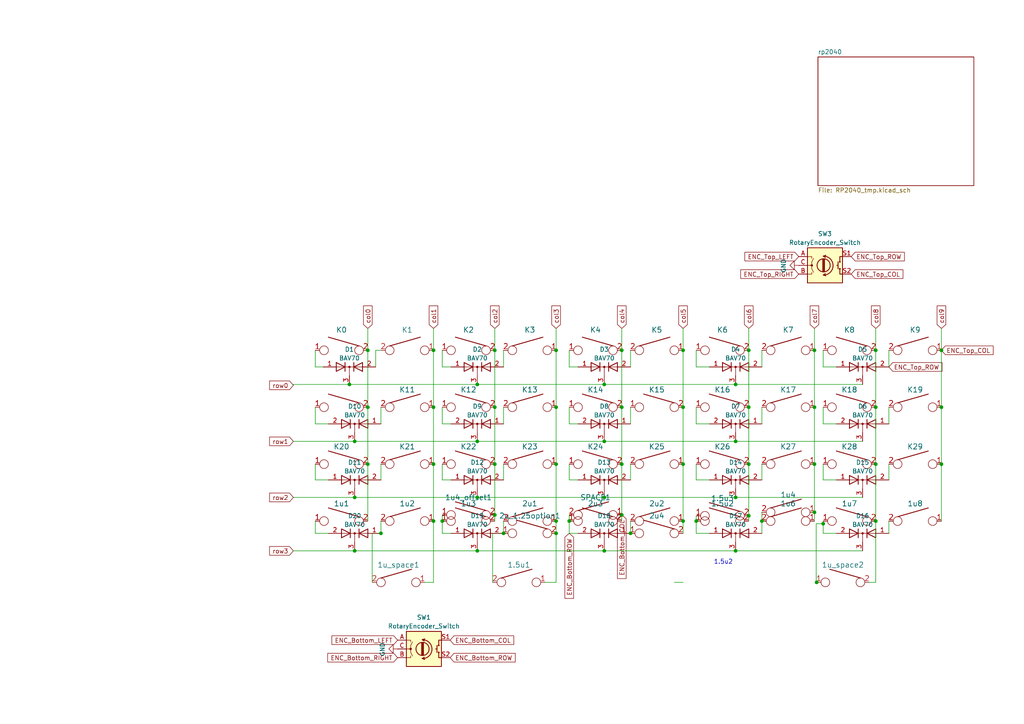
<source format=kicad_sch>
(kicad_sch (version 20230121) (generator eeschema)
  (paper "A4")
  (lib_symbols
    (symbol "Device:RotaryEncoder_Switch" (pin_names (offset 0.254) hide)
      (property "Reference" "SW" (at 0 6.604 0))
      (property "Value" "RotaryEncoder_Switch" (at 0 -6.604 0))
      (symbol "RotaryEncoder_Switch_0_1"
        (rectangle (start -5.08 5.08) (end 5.08 -5.08) (stroke (width 0.254)) (fill (type background)))
        (circle (center -3.81 0) (radius 0.254) (fill (type outline)))
        (arc (start -0.381 -2.794) (mid 2.3376 -0.0635) (end -0.381 2.667) (stroke (width 0.254)))
        (circle (center -0.381 0) (radius 1.905) (stroke (width 0.254)))
        (polyline (pts (xy -0.635 -1.778) (xy -0.635 1.778)) (stroke (width 0.254)))
        (polyline (pts (xy -0.381 -1.778) (xy -0.381 1.778)) (stroke (width 0.254)))
        (polyline (pts (xy -0.127 1.778) (xy -0.127 -1.778)) (stroke (width 0.254)))
        (polyline (pts (xy 3.81 0) (xy 3.429 0)) (stroke (width 0.254)))
        (polyline (pts (xy 3.81 1.016) (xy 3.81 -1.016)) (stroke (width 0.254)))
        (polyline (pts (xy -5.08 -2.54) (xy -3.81 -2.54) (xy -3.81 -2.032)))
        (polyline (pts (xy -5.08 2.54) (xy -3.81 2.54) (xy -3.81 2.032)))
        (polyline (pts (xy 0.254 -3.048) (xy -0.508 -2.794) (xy 0.127 -2.413)) (stroke (width 0.254)))
        (polyline (pts (xy 0.254 2.921) (xy -0.508 2.667) (xy 0.127 2.286)) (stroke (width 0.254)))
        (polyline (pts (xy 5.08 -2.54) (xy 4.318 -2.54) (xy 4.318 -1.016)) (stroke (width 0.254)))
        (polyline (pts (xy 5.08 2.54) (xy 4.318 2.54) (xy 4.318 1.016)) (stroke (width 0.254)))
        (polyline (pts (xy -5.08 0) (xy -3.81 0) (xy -3.81 -1.016) (xy -3.302 -2.032)))
        (polyline (pts (xy -4.318 0) (xy -3.81 0) (xy -3.81 1.016) (xy -3.302 2.032)))
        (circle (center 4.318 -1.016) (radius 0.127) (stroke (width 0.254)))
        (circle (center 4.318 1.016) (radius 0.127) (stroke (width 0.254)))
      )
      (symbol "RotaryEncoder_Switch_1_1"
        (pin passive line (at -7.62 2.54 0) (length 2.54) (name "A") (number "A"))
        (pin passive line (at -7.62 -2.54 0) (length 2.54) (name "B") (number "B"))
        (pin passive line (at -7.62 0 0) (length 2.54) (name "C") (number "C"))
        (pin passive line (at 7.62 2.54 180) (length 2.54) (name "S1") (number "S1"))
        (pin passive line (at 7.62 -2.54 180) (length 2.54) (name "S2") (number "S2"))
      )
    )
    (symbol "Diode:BAV70" (pin_names (offset 0.762) hide)
      (property "Reference" "D" (at 0.635 -2.54 0))
      (property "Value" "BAV70" (at 0 2.54 0))
      (symbol "BAV70_0_1"
        (polyline (pts (xy -3.81 0) (xy 3.81 0)))
        (polyline (pts (xy 0 0) (xy 0 -2.54)))
        (polyline (pts (xy -1.27 -1.27) (xy -1.27 1.27) (xy -1.27 1.27)) (stroke (width 0.254)))
        (polyline (pts (xy 1.27 -1.27) (xy 1.27 1.27) (xy 1.27 1.27)) (stroke (width 0.254)))
        (polyline (pts (xy -3.81 1.27) (xy -1.27 0) (xy -3.81 -1.27) (xy -3.81 1.27) (xy -3.81 1.27) (xy -3.81 1.27)) (stroke (width 0.254)))
        (polyline (pts (xy 3.81 -1.27) (xy 1.27 0) (xy 3.81 1.27) (xy 3.81 -1.27) (xy 3.81 -1.27) (xy 3.81 -1.27)) (stroke (width 0.254)))
        (circle (center 0 0) (radius 0.254) (fill (type outline)))
        (pin passive line (at -7.62 0 0) (length 3.81) (name "A") (number "1"))
        (pin passive line (at 7.62 0 180) (length 3.81) (name "A") (number "2"))
        (pin passive line (at 0 -5.08 90) (length 2.54) (name "K") (number "3"))
      )
    )
    (symbol "keyboard_parts:KEYSW" (pin_names (offset 1.016))
      (property "Reference" "K?" (at -1.27 0 0))
      (symbol "KEYSW_0_1"
        (circle (center -5.08 0) (radius 1.27))
        (polyline (pts (xy -5.08 1.27) (xy 3.81 3.81)) (stroke (width 0.254)))
        (circle (center 5.08 0) (radius 1.27))
      )
      (symbol "KEYSW_1_1"
        (pin passive line (at 7.62 0 180) (length 1.27) (name "~") (number "1"))
        (pin passive line (at -7.62 0 0) (length 1.27) (name "~") (number "2"))
      )
    )
    (symbol "power:GND" (power) (pin_names (offset 0))
      (property "Value" "GND" (at 0 -3.81 0))
      (symbol "GND_0_1"
        (polyline (pts (xy 0 0) (xy 0 -1.27) (xy 1.27 -1.27) (xy 0 -2.54) (xy -1.27 -1.27) (xy 0 -1.27)))
      )
      (symbol "GND_1_1"
        (pin power_in line (at 0 0 270) (length 0) hide (name "GND") (number "1"))
      )
    )
  )
  (junction (at 106.68 118.11))
  (junction (at 182.88 154.686))
  (junction (at 236.22 148.59))
  (junction (at 110.49 154.686))
  (junction (at 128.27 151.13))
  (junction (at 138.43 128.016))
  (junction (at 138.43 144.272))
  (junction (at 238.76 151.892))
  (junction (at 236.855 168.91))
  (junction (at 213.36 144.272))
  (junction (at 254 134.62))
  (junction (at 254 118.11))
  (junction (at 180.34 101.6))
  (junction (at 236.22 134.62))
  (junction (at 101.346 111.506))
  (junction (at 213.36 111.506))
  (junction (at 175.26 111.506))
  (junction (at 102.87 128.016))
  (junction (at 180.34 134.62))
  (junction (at 175.26 144.272))
  (junction (at 213.36 128.016))
  (junction (at 138.43 159.766))
  (junction (at 165.1 151.13))
  (junction (at 273.05 118.11))
  (junction (at 180.34 149.352))
  (junction (at 198.12 134.62))
  (junction (at 254 101.6))
  (junction (at 236.22 118.11))
  (junction (at 146.05 154.686))
  (junction (at 125.73 134.62))
  (junction (at 217.17 118.11))
  (junction (at 175.26 128.016))
  (junction (at 102.87 159.766))
  (junction (at 161.29 151.13))
  (junction (at 106.68 101.6))
  (junction (at 217.17 134.62))
  (junction (at 254 151.13))
  (junction (at 213.36 159.766))
  (junction (at 138.43 111.506))
  (junction (at 143.51 149.352))
  (junction (at 125.73 151.13))
  (junction (at 161.29 134.62))
  (junction (at 273.05 134.62))
  (junction (at 236.22 101.6))
  (junction (at 273.05 101.6))
  (junction (at 125.73 101.6))
  (junction (at 175.26 159.766))
  (junction (at 198.12 151.13))
  (junction (at 198.12 101.6))
  (junction (at 161.29 154.686))
  (junction (at 143.51 118.11))
  (junction (at 201.93 151.13))
  (junction (at 161.29 118.11))
  (junction (at 198.12 118.11))
  (junction (at 217.17 101.6))
  (junction (at 106.68 134.62))
  (junction (at 180.34 118.11))
  (junction (at 220.98 151.13))
  (junction (at 102.87 144.272))
  (junction (at 143.51 134.62))
  (junction (at 143.51 101.6))
  (junction (at 217.17 149.606))
  (junction (at 161.29 101.6))
  (junction (at 125.73 118.11))
  (wire (pts (xy 242.57 154.686) (xy 238.76 154.686)))
  (wire (pts (xy 201.93 101.6) (xy 201.93 106.426)))
  (wire (pts (xy 161.29 134.62) (xy 161.29 151.13)))
  (wire (pts (xy 217.17 101.6) (xy 217.17 118.11)))
  (wire (pts (xy 165.1 101.6) (xy 165.1 106.426)))
  (wire (pts (xy 254 134.62) (xy 254 151.13)))
  (wire (pts (xy 238.76 151.13) (xy 238.76 151.892)))
  (wire (pts (xy 167.64 106.426) (xy 165.1 106.426)))
  (wire (pts (xy 238.76 134.62) (xy 238.76 139.192)))
  (wire (pts (xy 198.12 101.6) (xy 198.12 118.11)))
  (wire (pts (xy 236.22 148.59) (xy 236.22 151.13)))
  (wire (pts (xy 217.17 149.606) (xy 217.17 151.13)))
  (wire (pts (xy 161.29 154.686) (xy 161.29 151.13)))
  (wire (pts (xy 106.68 95.25) (xy 106.68 101.6)))
  (wire (pts (xy 110.49 134.62) (xy 110.49 139.192)))
  (wire (pts (xy 167.64 122.936) (xy 165.1 122.936)))
  (wire (pts (xy 107.95 154.686) (xy 110.49 154.686)))
  (wire (pts (xy 158.115 168.91) (xy 161.29 168.91)))
  (wire (pts (xy 161.29 168.91) (xy 161.29 154.686)))
  (wire (pts (xy 108.966 106.426) (xy 108.966 101.6)))
  (wire (pts (xy 130.81 154.686) (xy 128.27 154.686)))
  (wire (pts (xy 128.27 149.352) (xy 128.27 151.13)))
  (wire (pts (xy 106.68 118.11) (xy 106.68 134.62)))
  (wire (pts (xy 175.26 159.766) (xy 213.36 159.766)))
  (wire (pts (xy 238.76 101.6) (xy 238.76 106.426)))
  (wire (pts (xy 123.19 168.91) (xy 125.73 168.91)))
  (wire (pts (xy 236.22 118.11) (xy 236.22 134.62)))
  (wire (pts (xy 273.05 101.6) (xy 273.05 118.11)))
  (wire (pts (xy 93.726 106.426) (xy 91.44 106.426)))
  (wire (pts (xy 175.26 144.272) (xy 213.36 144.272)))
  (wire (pts (xy 102.87 144.272) (xy 138.43 144.272)))
  (wire (pts (xy 128.27 101.6) (xy 128.27 106.426)))
  (wire (pts (xy 182.88 101.6) (xy 182.88 106.426)))
  (wire (pts (xy 128.27 139.192) (xy 130.81 139.192)))
  (wire (pts (xy 102.87 128.016) (xy 85.09 128.016)))
  (wire (pts (xy 167.64 154.686) (xy 165.1 154.686)))
  (wire (pts (xy 205.74 106.426) (xy 201.93 106.426)))
  (wire (pts (xy 220.98 148.59) (xy 220.98 151.13)))
  (wire (pts (xy 238.76 118.11) (xy 238.76 122.936)))
  (wire (pts (xy 213.36 144.272) (xy 250.19 144.272)))
  (wire (pts (xy 125.73 134.62) (xy 125.73 151.13)))
  (wire (pts (xy 125.73 151.13) (xy 125.73 168.91)))
  (wire (pts (xy 201.93 151.13) (xy 201.93 154.686)))
  (wire (pts (xy 138.43 111.506) (xy 101.346 111.506)))
  (wire (pts (xy 161.29 101.6) (xy 161.29 118.11)))
  (wire (pts (xy 217.17 134.62) (xy 217.17 149.606)))
  (wire (pts (xy 107.95 168.91) (xy 107.95 154.686)))
  (wire (pts (xy 128.27 118.11) (xy 128.27 122.936)))
  (wire (pts (xy 91.44 118.11) (xy 91.44 122.936)))
  (wire (pts (xy 182.88 151.13) (xy 182.88 154.686)))
  (wire (pts (xy 128.27 134.62) (xy 128.27 139.192)))
  (wire (pts (xy 143.51 101.6) (xy 143.51 118.11)))
  (wire (pts (xy 85.09 111.506) (xy 85.09 111.76)))
  (wire (pts (xy 101.346 111.506) (xy 85.09 111.506)))
  (wire (pts (xy 254 101.6) (xy 254 118.11)))
  (wire (pts (xy 142.875 168.91) (xy 142.875 154.686)))
  (wire (pts (xy 205.74 122.936) (xy 201.93 122.936)))
  (wire (pts (xy 242.57 122.936) (xy 238.76 122.936)))
  (wire (pts (xy 167.64 139.192) (xy 165.1 139.192)))
  (wire (pts (xy 273.05 95.25) (xy 273.05 101.6)))
  (wire (pts (xy 217.17 95.25) (xy 217.17 101.6)))
  (wire (pts (xy 128.27 106.426) (xy 130.81 106.426)))
  (wire (pts (xy 242.57 139.192) (xy 238.76 139.192)))
  (wire (pts (xy 257.81 101.6) (xy 257.81 106.426)))
  (wire (pts (xy 143.51 134.62) (xy 143.51 149.352)))
  (wire (pts (xy 180.34 95.25) (xy 180.34 101.6)))
  (wire (pts (xy 182.88 134.62) (xy 182.88 139.192)))
  (wire (pts (xy 236.22 101.6) (xy 236.22 118.11)))
  (wire (pts (xy 106.68 134.62) (xy 106.68 151.13)))
  (wire (pts (xy 257.81 151.13) (xy 257.81 154.686)))
  (wire (pts (xy 95.25 154.686) (xy 91.44 154.686)))
  (wire (pts (xy 130.81 122.936) (xy 128.27 122.936)))
  (wire (pts (xy 257.81 118.11) (xy 257.81 122.936)))
  (wire (pts (xy 175.26 111.506) (xy 213.36 111.506)))
  (wire (pts (xy 198.12 95.25) (xy 198.12 101.6)))
  (wire (pts (xy 195.58 168.91) (xy 198.12 168.91)))
  (wire (pts (xy 238.76 151.892) (xy 238.76 154.686)))
  (wire (pts (xy 198.12 151.13) (xy 198.12 154.686)))
  (wire (pts (xy 201.93 154.686) (xy 205.74 154.686)))
  (wire (pts (xy 236.728 168.91) (xy 236.728 151.892)))
  (wire (pts (xy 143.51 118.11) (xy 143.51 134.62)))
  (wire (pts (xy 217.17 118.11) (xy 217.17 134.62)))
  (wire (pts (xy 213.36 111.506) (xy 250.19 111.506)))
  (wire (pts (xy 201.93 134.62) (xy 201.93 139.192)))
  (wire (pts (xy 146.05 118.11) (xy 146.05 122.936)))
  (wire (pts (xy 146.05 151.13) (xy 146.05 154.686)))
  (wire (pts (xy 180.34 149.352) (xy 180.34 151.13)))
  (wire (pts (xy 146.05 101.6) (xy 146.05 106.426)))
  (wire (pts (xy 165.1 118.11) (xy 165.1 122.936)))
  (wire (pts (xy 143.51 95.25) (xy 143.51 101.6)))
  (wire (pts (xy 201.93 118.11) (xy 201.93 122.936)))
  (wire (pts (xy 205.74 139.192) (xy 201.93 139.192)))
  (wire (pts (xy 106.68 101.6) (xy 106.68 118.11)))
  (wire (pts (xy 142.875 154.686) (xy 146.05 154.686)))
  (wire (pts (xy 138.43 144.272) (xy 175.26 144.272)))
  (wire (pts (xy 138.43 128.016) (xy 175.26 128.016)))
  (wire (pts (xy 165.1 149.352) (xy 165.1 151.13)))
  (wire (pts (xy 165.1 134.62) (xy 165.1 139.192)))
  (wire (pts (xy 242.57 106.426) (xy 238.76 106.426)))
  (wire (pts (xy 138.43 159.766) (xy 175.26 159.766)))
  (wire (pts (xy 102.87 159.766) (xy 85.09 159.766)))
  (wire (pts (xy 236.982 168.91) (xy 236.855 168.91)))
  (wire (pts (xy 182.88 118.11) (xy 182.88 122.936)))
  (wire (pts (xy 198.12 134.62) (xy 198.12 151.13)))
  (wire (pts (xy 254 118.11) (xy 254 134.62)))
  (wire (pts (xy 102.87 159.766) (xy 138.43 159.766)))
  (wire (pts (xy 175.26 128.016) (xy 213.36 128.016)))
  (wire (pts (xy 273.05 118.11) (xy 273.05 134.62)))
  (wire (pts (xy 128.27 151.13) (xy 128.27 154.686)))
  (wire (pts (xy 213.36 159.766) (xy 250.19 159.766)))
  (wire (pts (xy 252.095 168.91) (xy 254 168.91)))
  (wire (pts (xy 254 168.91) (xy 254 151.13)))
  (wire (pts (xy 108.966 101.6) (xy 110.49 101.6)))
  (wire (pts (xy 220.98 134.62) (xy 220.98 139.192)))
  (wire (pts (xy 180.34 134.62) (xy 180.34 149.352)))
  (wire (pts (xy 236.855 168.91) (xy 236.728 168.91)))
  (wire (pts (xy 125.73 101.6) (xy 125.73 118.11)))
  (wire (pts (xy 165.1 154.686) (xy 165.1 151.13)))
  (wire (pts (xy 143.51 149.352) (xy 143.51 151.13)))
  (wire (pts (xy 257.81 134.62) (xy 257.81 139.192)))
  (wire (pts (xy 125.73 95.25) (xy 125.73 101.6)))
  (wire (pts (xy 213.36 128.016) (xy 250.19 128.016)))
  (wire (pts (xy 102.87 144.272) (xy 85.09 144.272)))
  (wire (pts (xy 161.29 118.11) (xy 161.29 134.62)))
  (wire (pts (xy 95.25 122.936) (xy 91.44 122.936)))
  (wire (pts (xy 161.29 95.25) (xy 161.29 101.6)))
  (wire (pts (xy 236.22 95.25) (xy 236.22 101.6)))
  (wire (pts (xy 180.34 118.11) (xy 180.34 134.62)))
  (wire (pts (xy 254 95.25) (xy 254 101.6)))
  (wire (pts (xy 220.98 101.6) (xy 220.98 106.426)))
  (wire (pts (xy 220.98 151.13) (xy 220.98 154.686)))
  (wire (pts (xy 91.44 151.13) (xy 91.44 154.686)))
  (wire (pts (xy 236.22 134.62) (xy 236.22 148.59)))
  (wire (pts (xy 125.73 118.11) (xy 125.73 134.62)))
  (wire (pts (xy 273.05 134.62) (xy 273.05 151.13)))
  (wire (pts (xy 110.49 118.11) (xy 110.49 122.936)))
  (wire (pts (xy 91.44 139.192) (xy 95.25 139.192)))
  (wire (pts (xy 175.26 111.506) (xy 138.43 111.506)))
  (wire (pts (xy 102.87 128.016) (xy 138.43 128.016)))
  (wire (pts (xy 146.05 134.62) (xy 146.05 139.192)))
  (wire (pts (xy 91.44 106.426) (xy 91.44 101.6)))
  (wire (pts (xy 110.49 151.13) (xy 110.49 154.686)))
  (wire (pts (xy 180.34 101.6) (xy 180.34 118.11)))
  (wire (pts (xy 91.44 134.62) (xy 91.44 139.192)))
  (wire (pts (xy 236.728 151.892) (xy 238.76 151.892)))
  (wire (pts (xy 220.98 118.11) (xy 220.98 122.936)))
  (wire (pts (xy 201.93 149.606) (xy 201.93 151.13)))
  (wire (pts (xy 198.12 118.11) (xy 198.12 134.62)))
  (text "1.5u2\n" (at 207.01 163.83 0) (effects (font (size 1.27 1.27)) (justify left bottom)))
  (global_label "col5" (shape input) (at 198.12 95.25 90) (property "Intersheetrefs" "${INTERSHEET_REFS}" (effects hide)))
  (global_label "ENC_Bottom_ROW" (shape input) (at 130.556 190.754 0) (property "Intersheetrefs" "${INTERSHEET_REFS}" (effects hide)))
  (global_label "ENC_Top_ROW" (shape input) (at 246.888 74.422 0) (property "Intersheetrefs" "${INTERSHEET_REFS}" (effects hide)))
  (global_label "col0" (shape input) (at 106.68 95.25 90) (property "Intersheetrefs" "${INTERSHEET_REFS}" (effects hide)))
  (global_label "ENC_Top_LEFT" (shape input) (at 231.648 74.422 180) (property "Intersheetrefs" "${INTERSHEET_REFS}" (effects hide)))
  (global_label "ENC_Top_COL" (shape input) (at 273.05 101.6 0) (property "Intersheetrefs" "${INTERSHEET_REFS}" (effects hide)))
  (global_label "ENC_Top_ROW" (shape input) (at 257.81 106.426 0) (property "Intersheetrefs" "${INTERSHEET_REFS}" (effects hide)))
  (global_label "col7" (shape input) (at 236.22 95.25 90) (property "Intersheetrefs" "${INTERSHEET_REFS}" (effects hide)))
  (global_label "ENC_Bottom_COL" (shape input) (at 180.34 149.352 270) (property "Intersheetrefs" "${INTERSHEET_REFS}" (effects hide)))
  (global_label "col3" (shape input) (at 161.29 95.25 90) (property "Intersheetrefs" "${INTERSHEET_REFS}" (effects hide)))
  (global_label "ENC_Bottom_RIGHT" (shape input) (at 115.316 190.754 180) (property "Intersheetrefs" "${INTERSHEET_REFS}" (effects hide)))
  (global_label "ENC_Bottom_ROW" (shape input) (at 165.1 154.686 270) (property "Intersheetrefs" "${INTERSHEET_REFS}" (effects hide)))
  (global_label "col8" (shape input) (at 254 95.25 90) (property "Intersheetrefs" "${INTERSHEET_REFS}" (effects hide)))
  (global_label "ENC_Top_COL" (shape input) (at 246.888 79.502 0) (property "Intersheetrefs" "${INTERSHEET_REFS}" (effects hide)))
  (global_label "row3" (shape input) (at 85.09 159.766 180) (property "Intersheetrefs" "${INTERSHEET_REFS}" (effects hide)))
  (global_label "col6" (shape input) (at 217.17 95.25 90) (property "Intersheetrefs" "${INTERSHEET_REFS}" (effects hide)))
  (global_label "col9" (shape input) (at 273.05 95.25 90) (property "Intersheetrefs" "${INTERSHEET_REFS}" (effects hide)))
  (global_label "ENC_Top_RIGHT" (shape input) (at 231.648 79.502 180) (property "Intersheetrefs" "${INTERSHEET_REFS}" (effects hide)))
  (global_label "col4" (shape input) (at 180.34 95.25 90) (property "Intersheetrefs" "${INTERSHEET_REFS}" (effects hide)))
  (global_label "row0" (shape input) (at 85.09 111.76 180) (property "Intersheetrefs" "${INTERSHEET_REFS}" (effects hide)))
  (global_label "col1" (shape input) (at 125.73 95.25 90) (property "Intersheetrefs" "${INTERSHEET_REFS}" (effects hide)))
  (global_label "col2" (shape input) (at 143.51 95.25 90) (property "Intersheetrefs" "${INTERSHEET_REFS}" (effects hide)))
  (global_label "ENC_Bottom_LEFT" (shape input) (at 115.316 185.674 180) (property "Intersheetrefs" "${INTERSHEET_REFS}" (effects hide)))
  (global_label "ENC_Bottom_COL" (shape input) (at 130.556 185.674 0) (property "Intersheetrefs" "${INTERSHEET_REFS}" (effects hide)))
  (global_label "row2" (shape input) (at 85.09 144.272 180) (property "Intersheetrefs" "${INTERSHEET_REFS}" (effects hide)))
  (global_label "row1" (shape input) (at 85.09 128.016 180) (property "Intersheetrefs" "${INTERSHEET_REFS}" (effects hide)))
  (symbol (lib_id "keyboard_parts:KEYSW") (at 99.06 101.6 0) (mirror y) (unit 1)
    (property "Reference" "K0" (at 99.06 95.6818 0) (effects (font (size 1.524 1.524))))
    (property "Value" "1u" (effects hide))
    (property "Footprint" "marbastlib-mx:SW_MX_HS_1u_NOREF" (effects hide))
  )
  (symbol (lib_id "keyboard_parts:KEYSW") (at 99.06 118.11 0) (mirror y) (unit 1)
    (property "Reference" "K10" (effects hide))
    (property "Value" "1u" (effects hide))
    (property "Footprint" "marbastlib-mx:SW_MX_HS_1u_NOREF" (effects hide))
  )
  (symbol (lib_id "keyboard_parts:KEYSW") (at 99.06 134.62 0) (mirror y) (unit 1)
    (property "Reference" "K20" (at 99.06 129.54 0) (effects (font (size 1.524 1.524))))
    (property "Value" "1u" (effects hide))
    (property "Footprint" "marbastlib-mx:SW_MX_HS_1u_NOREF" (effects hide))
  )
  (symbol (lib_id "keyboard_parts:KEYSW") (at 99.06 151.13 0) (mirror y) (unit 1)
    (property "Reference" "1u1" (at 99.06 146.05 0) (effects (font (size 1.524 1.524))))
    (property "Value" "1u" (effects hide))
    (property "Footprint" "marbastlib-mx:SW_MX_HS_1u_NOREF" (effects hide))
  )
  (symbol (lib_id "keyboard_parts:KEYSW") (at 118.11 151.13 0) (unit 1)
    (property "Reference" "1u2" (at 118.11 146.05 0) (effects (font (size 1.524 1.524))))
    (property "Value" "1u" (effects hide))
    (property "Footprint" "marbastlib-mx:SW_MX_HS_1u_NOREF" (effects hide))
  )
  (symbol (lib_id "keyboard_parts:KEYSW") (at 118.11 134.62 0) (unit 1)
    (property "Reference" "K21" (at 118.11 129.54 0) (effects (font (size 1.524 1.524))))
    (property "Value" "1u" (effects hide))
    (property "Footprint" "marbastlib-mx:SW_MX_HS_1u_NOREF" (effects hide))
  )
  (symbol (lib_id "keyboard_parts:KEYSW") (at 118.11 118.11 0) (unit 1)
    (property "Reference" "K11" (at 118.11 113.03 0) (effects (font (size 1.524 1.524))))
    (property "Value" "1u" (effects hide))
    (property "Footprint" "marbastlib-mx:SW_MX_HS_1u_NOREF" (effects hide))
  )
  (symbol (lib_id "keyboard_parts:KEYSW") (at 118.11 101.6 0) (unit 1)
    (property "Reference" "K1" (at 118.11 95.6818 0) (effects (font (size 1.524 1.524))))
    (property "Value" "1u" (effects hide))
    (property "Footprint" "marbastlib-mx:SW_MX_HS_1u_NOREF" (effects hide))
  )
  (symbol (lib_id "keyboard_parts:KEYSW") (at 135.89 151.13 0) (mirror y) (unit 1)
    (property "Reference" "1u3" (at 135.89 146.05 0) (effects (font (size 1.524 1.524))))
    (property "Value" "1u" (effects hide))
    (property "Footprint" "marbastlib-mx:SW_MX_HS_1u_NOREF" (effects hide))
  )
  (symbol (lib_id "keyboard_parts:KEYSW") (at 135.89 134.62 0) (mirror y) (unit 1)
    (property "Reference" "K22" (at 135.89 129.54 0) (effects (font (size 1.524 1.524))))
    (property "Value" "1u" (effects hide))
    (property "Footprint" "marbastlib-mx:SW_MX_HS_1u_NOREF" (effects hide))
  )
  (symbol (lib_id "keyboard_parts:KEYSW") (at 135.89 118.11 0) (mirror y) (unit 1)
    (property "Reference" "K12" (at 135.89 113.03 0) (effects (font (size 1.524 1.524))))
    (property "Value" "1u" (effects hide))
    (property "Footprint" "marbastlib-mx:SW_MX_HS_1u_NOREF" (effects hide))
  )
  (symbol (lib_id "keyboard_parts:KEYSW") (at 135.89 101.6 0) (mirror y) (unit 1)
    (property "Reference" "K2" (at 135.89 95.6818 0) (effects (font (size 1.524 1.524))))
    (property "Value" "1u" (effects hide))
    (property "Footprint" "marbastlib-mx:SW_MX_HS_1u_NOREF" (effects hide))
  )
  (symbol (lib_id "keyboard_parts:KEYSW") (at 153.67 151.13 0) (unit 1)
    (property "Reference" "2u1" (at 153.67 146.05 0) (effects (font (size 1.524 1.524))))
    (property "Value" "2u" (effects hide))
    (property "Footprint" "marbastlib-mx:SW_MX_HS_1u_NOREF" (effects hide))
  )
  (symbol (lib_id "keyboard_parts:KEYSW") (at 153.67 134.62 0) (unit 1)
    (property "Reference" "K23" (at 153.67 129.54 0) (effects (font (size 1.524 1.524))))
    (property "Value" "1u" (effects hide))
    (property "Footprint" "marbastlib-mx:SW_MX_HS_1u_NOREF" (effects hide))
  )
  (symbol (lib_id "keyboard_parts:KEYSW") (at 153.67 118.11 0) (unit 1)
    (property "Reference" "K13" (at 153.67 113.03 0) (effects (font (size 1.524 1.524))))
    (property "Value" "1u" (effects hide))
    (property "Footprint" "marbastlib-mx:SW_MX_HS_1u_NOREF" (effects hide))
  )
  (symbol (lib_id "keyboard_parts:KEYSW") (at 153.67 101.6 0) (unit 1)
    (property "Reference" "K3" (at 153.67 95.6818 0) (effects (font (size 1.524 1.524))))
    (property "Value" "1u" (effects hide))
    (property "Footprint" "marbastlib-mx:SW_MX_HS_1u_NOREF" (effects hide))
  )
  (symbol (lib_id "keyboard_parts:KEYSW") (at 172.72 134.62 0) (mirror y) (unit 1)
    (property "Reference" "K24" (at 172.72 129.54 0) (effects (font (size 1.524 1.524))))
    (property "Value" "1u" (effects hide))
    (property "Footprint" "marbastlib-mx:SW_MX_HS_1u_NOREF" (effects hide))
  )
  (symbol (lib_id "keyboard_parts:KEYSW") (at 172.72 118.11 0) (mirror y) (unit 1)
    (property "Reference" "K14" (at 172.72 113.03 0) (effects (font (size 1.524 1.524))))
    (property "Value" "1u" (effects hide))
    (property "Footprint" "marbastlib-mx:SW_MX_HS_1u_NOREF" (effects hide))
  )
  (symbol (lib_id "keyboard_parts:KEYSW") (at 172.72 101.6 0) (mirror y) (unit 1)
    (property "Reference" "K4" (at 172.72 95.6818 0) (effects (font (size 1.524 1.524))))
    (property "Value" "1u" (effects hide))
    (property "Footprint" "marbastlib-mx:SW_MX_HS_1u_NOREF" (effects hide))
  )
  (symbol (lib_id "keyboard_parts:KEYSW") (at 190.5 151.13 0) (unit 1)
    (property "Reference" "2u2" (at 190.5 146.05 0) (effects (font (size 1.524 1.524))))
    (property "Value" "2u" (effects hide))
    (property "Footprint" "marbastlib-mx:SW_MX_HS_1u_NOREF" (effects hide))
  )
  (symbol (lib_id "keyboard_parts:KEYSW") (at 190.5 134.62 0) (unit 1)
    (property "Reference" "K25" (at 190.5 129.54 0) (effects (font (size 1.524 1.524))))
    (property "Value" "1u" (effects hide))
    (property "Footprint" "marbastlib-mx:SW_MX_HS_1u_NOREF" (effects hide))
  )
  (symbol (lib_id "keyboard_parts:KEYSW") (at 190.5 118.11 0) (mirror y) (unit 1)
    (property "Reference" "K15" (at 190.5 113.03 0) (effects (font (size 1.524 1.524))))
    (property "Value" "1u" (effects hide))
    (property "Footprint" "marbastlib-mx:SW_MX_HS_1u_NOREF" (effects hide))
  )
  (symbol (lib_id "keyboard_parts:KEYSW") (at 190.5 101.6 0) (unit 1)
    (property "Reference" "K5" (at 190.5 95.6818 0) (effects (font (size 1.524 1.524))))
    (property "Value" "1u" (effects hide))
    (property "Footprint" "marbastlib-mx:SW_MX_HS_1u_NOREF" (effects hide))
  )
  (symbol (lib_id "keyboard_parts:KEYSW") (at 209.55 134.62 0) (mirror y) (unit 1)
    (property "Reference" "K26" (at 209.55 129.54 0) (effects (font (size 1.524 1.524))))
    (property "Value" "1u" (effects hide))
    (property "Footprint" "marbastlib-mx:SW_MX_HS_1u_NOREF" (effects hide))
  )
  (symbol (lib_id "keyboard_parts:KEYSW") (at 209.55 118.11 0) (mirror y) (unit 1)
    (property "Reference" "K16" (at 209.55 113.03 0) (effects (font (size 1.524 1.524))))
    (property "Value" "1u" (effects hide))
    (property "Footprint" "marbastlib-mx:SW_MX_HS_1u_NOREF" (effects hide))
  )
  (symbol (lib_id "keyboard_parts:KEYSW") (at 209.55 101.6 0) (mirror y) (unit 1)
    (property "Reference" "K6" (at 209.55 95.6818 0) (effects (font (size 1.524 1.524))))
    (property "Value" "1u" (effects hide))
    (property "Footprint" "marbastlib-mx:SW_MX_HS_1u_NOREF" (effects hide))
  )
  (symbol (lib_id "keyboard_parts:KEYSW") (at 228.6 151.13 0) (unit 1)
    (property "Reference" "1u6" (at 228.6 146.05 0) (effects (font (size 1.524 1.524))))
    (property "Value" "1u" (effects hide))
    (property "Footprint" "marbastlib-mx:SW_MX_HS_1u_NOREF" (effects hide))
  )
  (symbol (lib_id "keyboard_parts:KEYSW") (at 228.6 134.62 0) (unit 1)
    (property "Reference" "K27" (at 228.6 129.54 0) (effects (font (size 1.524 1.524))))
    (property "Value" "1u" (effects hide))
    (property "Footprint" "marbastlib-mx:SW_MX_HS_1u_NOREF" (effects hide))
  )
  (symbol (lib_id "keyboard_parts:KEYSW") (at 228.6 118.11 0) (unit 1)
    (property "Reference" "K17" (at 228.6 113.03 0) (effects (font (size 1.524 1.524))))
    (property "Value" "1u" (effects hide))
    (property "Footprint" "marbastlib-mx:SW_MX_HS_1u_NOREF" (effects hide))
  )
  (symbol (lib_id "keyboard_parts:KEYSW") (at 228.6 101.6 0) (unit 1)
    (property "Reference" "K7" (at 228.6 95.6818 0) (effects (font (size 1.524 1.524))))
    (property "Value" "1u" (effects hide))
    (property "Footprint" "marbastlib-mx:SW_MX_HS_1u_NOREF" (effects hide))
  )
  (symbol (lib_id "keyboard_parts:KEYSW") (at 246.38 151.13 0) (mirror y) (unit 1)
    (property "Reference" "1u7" (at 246.38 146.05 0) (effects (font (size 1.524 1.524))))
    (property "Value" "1u" (effects hide))
    (property "Footprint" "marbastlib-mx:SW_MX_HS_1u_NOREF" (effects hide))
  )
  (symbol (lib_id "keyboard_parts:KEYSW") (at 246.38 134.62 0) (mirror y) (unit 1)
    (property "Reference" "K28" (at 246.38 129.54 0) (effects (font (size 1.524 1.524))))
    (property "Value" "1u" (effects hide))
    (property "Footprint" "marbastlib-mx:SW_MX_HS_1u_NOREF" (effects hide))
  )
  (symbol (lib_id "keyboard_parts:KEYSW") (at 246.38 118.11 0) (mirror y) (unit 1)
    (property "Reference" "K18" (at 246.38 113.03 0) (effects (font (size 1.524 1.524))))
    (property "Value" "1u" (effects hide))
    (property "Footprint" "marbastlib-mx:SW_MX_HS_1u_NOREF" (effects hide))
  )
  (symbol (lib_id "keyboard_parts:KEYSW") (at 246.38 101.6 0) (mirror y) (unit 1)
    (property "Reference" "K8" (at 246.38 95.6818 0) (effects (font (size 1.524 1.524))))
    (property "Value" "1u" (effects hide))
    (property "Footprint" "marbastlib-mx:SW_MX_HS_1u_NOREF" (effects hide))
  )
  (symbol (lib_id "keyboard_parts:KEYSW") (at 265.43 151.13 0) (unit 1)
    (property "Reference" "1u8" (at 265.43 146.05 0) (effects (font (size 1.524 1.524))))
    (property "Value" "1u" (effects hide))
    (property "Footprint" "marbastlib-mx:SW_MX_HS_1u_NOREF" (effects hide))
  )
  (symbol (lib_id "keyboard_parts:KEYSW") (at 265.43 134.62 0) (unit 1)
    (property "Reference" "K29" (at 265.43 129.54 0) (effects (font (size 1.524 1.524))))
    (property "Value" "1u" (effects hide))
    (property "Footprint" "marbastlib-mx:SW_MX_HS_1u_NOREF" (effects hide))
  )
  (symbol (lib_id "keyboard_parts:KEYSW") (at 265.43 118.11 0) (unit 1)
    (property "Reference" "K19" (at 265.43 113.03 0) (effects (font (size 1.524 1.524))))
    (property "Value" "1u" (effects hide))
    (property "Footprint" "marbastlib-mx:SW_MX_HS_1u_NOREF" (effects hide))
  )
  (symbol (lib_id "keyboard_parts:KEYSW") (at 265.43 101.6 0) (unit 1)
    (property "Reference" "K9" (at 265.43 95.6818 0) (effects (font (size 1.524 1.524))))
    (property "Value" "1u" (effects hide))
    (property "Footprint" "marbastlib-mx:SW_MX_HS_1u_NOREF" (effects hide))
  )
  (symbol (lib_id "keyboard_parts:KEYSW") (at 135.89 149.352 0) (mirror y) (unit 1)
    (property "Reference" "1u4_offset1" (at 135.89 144.272 0) (effects (font (size 1.524 1.524))))
    (property "Value" "1u" (effects hide))
    (property "Footprint" "marbastlib-mx:SW_MX_HS_1u_NOREF" (effects hide))
  )
  (symbol (lib_id "power:GND") (at 115.316 188.214 270) (unit 1)
    (property "Reference" "#PWR01" (effects hide))
    (property "Value" "GND" (at 110.9218 188.341 0))
  )
  (symbol (lib_id "Diode:BAV70") (at 102.87 139.192 0) (unit 1)
    (property "Reference" "D11" (at 102.87 134.112 0))
    (property "Value" "BAV70" (at 102.87 136.652 0))
    (property "Footprint" "Package_TO_SOT_SMD:SOT-23" (effects hide))
    (property "Datasheet" "https://assets.nexperia.com/documents/data-sheet/BAV70_SER.pdf" (effects hide))
    (property "LCSC" "C181110" (effects hide))
  )
  (symbol (lib_id "keyboard_parts:KEYSW") (at 115.57 168.91 0) (unit 1)
    (property "Reference" "1u_space1" (at 115.57 163.83 0) (effects (font (size 1.524 1.524))))
    (property "Value" "1u" (effects hide))
    (property "Footprint" "marbastlib-mx:SW_MX_HS_1u_NOREF" (effects hide))
  )
  (symbol (lib_id "Diode:BAV70") (at 101.346 106.426 0) (unit 1)
    (property "Reference" "D1" (at 101.346 101.346 0))
    (property "Value" "BAV70" (at 101.346 103.886 0))
    (property "Footprint" "Package_TO_SOT_SMD:SOT-23" (effects hide))
    (property "Datasheet" "https://assets.nexperia.com/documents/data-sheet/BAV70_SER.pdf" (effects hide))
    (property "LCSC" "C181110" (effects hide))
  )
  (symbol (lib_id "Diode:BAV70") (at 175.26 154.686 0) (mirror y) (unit 1)
    (property "Reference" "D18" (at 175.26 149.606 0))
    (property "Value" "BAV70" (at 175.26 152.146 0))
    (property "Footprint" "Package_TO_SOT_SMD:SOT-23" (effects hide))
    (property "Datasheet" "https://assets.nexperia.com/documents/data-sheet/BAV70_SER.pdf" (effects hide))
    (property "LCSC" "C181110" (effects hide))
  )
  (symbol (lib_id "Diode:BAV70") (at 213.36 122.936 0) (mirror y) (unit 1)
    (property "Reference" "D7" (at 213.36 117.856 0))
    (property "Value" "BAV70" (at 213.36 120.396 0))
    (property "Footprint" "Package_TO_SOT_SMD:SOT-23" (effects hide))
    (property "Datasheet" "https://assets.nexperia.com/documents/data-sheet/BAV70_SER.pdf" (effects hide))
    (property "LCSC" "C181110" (effects hide))
  )
  (symbol (lib_id "Diode:BAV70") (at 138.43 154.686 0) (unit 1)
    (property "Reference" "D19" (at 138.43 149.606 0))
    (property "Value" "BAV70" (at 138.43 152.146 0))
    (property "Footprint" "Package_TO_SOT_SMD:SOT-23" (effects hide))
    (property "Datasheet" "https://assets.nexperia.com/documents/data-sheet/BAV70_SER.pdf" (effects hide))
    (property "LCSC" "C181110" (effects hide))
  )
  (symbol (lib_id "keyboard_parts:KEYSW") (at 190.5 154.686 0) (mirror y) (unit 1)
    (property "Reference" "2u4" (at 190.5 149.606 0) (effects (font (size 1.524 1.524))))
    (property "Value" "2u" (effects hide))
    (property "Footprint" "marbastlib-mx:SW_MX_HS_1u_NOREF" (effects hide))
  )
  (symbol (lib_id "Diode:BAV70") (at 213.36 106.426 0) (unit 1)
    (property "Reference" "D4" (at 213.36 101.346 0))
    (property "Value" "BAV70" (at 213.36 103.886 0))
    (property "Footprint" "Package_TO_SOT_SMD:SOT-23" (effects hide))
    (property "Datasheet" "https://assets.nexperia.com/documents/data-sheet/BAV70_SER.pdf" (effects hide))
    (property "LCSC" "C181110" (effects hide))
  )
  (symbol (lib_id "Diode:BAV70") (at 250.19 106.426 0) (unit 1)
    (property "Reference" "D5" (at 250.19 101.346 0))
    (property "Value" "BAV70" (at 250.19 103.886 0))
    (property "Footprint" "Package_TO_SOT_SMD:SOT-23" (effects hide))
    (property "Datasheet" "https://assets.nexperia.com/documents/data-sheet/BAV70_SER.pdf" (effects hide))
    (property "LCSC" "C181110" (effects hide))
  )
  (symbol (lib_id "Diode:BAV70") (at 250.19 154.686 0) (mirror y) (unit 1)
    (property "Reference" "D16" (at 250.19 149.606 0))
    (property "Value" "BAV70" (at 250.19 152.146 0))
    (property "Footprint" "Package_TO_SOT_SMD:SOT-23" (effects hide))
    (property "Datasheet" "https://assets.nexperia.com/documents/data-sheet/BAV70_SER.pdf" (effects hide))
    (property "LCSC" "C181110" (effects hide))
  )
  (symbol (lib_id "Diode:BAV70") (at 250.19 139.192 0) (unit 1)
    (property "Reference" "D15" (at 250.19 134.112 0))
    (property "Value" "BAV70" (at 250.19 136.652 0))
    (property "Footprint" "Package_TO_SOT_SMD:SOT-23" (effects hide))
    (property "Datasheet" "https://assets.nexperia.com/documents/data-sheet/BAV70_SER.pdf" (effects hide))
    (property "LCSC" "C181110" (effects hide))
  )
  (symbol (lib_id "Diode:BAV70") (at 213.36 154.686 0) (unit 1)
    (property "Reference" "D17" (at 213.36 149.606 0))
    (property "Value" "BAV70" (at 213.36 152.146 0))
    (property "Footprint" "Package_TO_SOT_SMD:SOT-23" (effects hide))
    (property "Datasheet" "https://assets.nexperia.com/documents/data-sheet/BAV70_SER.pdf" (effects hide))
    (property "LCSC" "C181110" (effects hide))
  )
  (symbol (lib_id "Diode:BAV70") (at 138.43 139.192 0) (unit 1)
    (property "Reference" "D12" (at 138.43 134.112 0))
    (property "Value" "BAV70" (at 138.43 136.652 0))
    (property "Footprint" "Package_TO_SOT_SMD:SOT-23" (effects hide))
    (property "Datasheet" "https://assets.nexperia.com/documents/data-sheet/BAV70_SER.pdf" (effects hide))
    (property "LCSC" "C181110" (effects hide))
  )
  (symbol (lib_id "Diode:BAV70") (at 175.26 122.936 0) (mirror y) (unit 1)
    (property "Reference" "D8" (at 175.26 117.856 0))
    (property "Value" "BAV70" (at 175.26 120.396 0))
    (property "Footprint" "Package_TO_SOT_SMD:SOT-23" (effects hide))
    (property "Datasheet" "https://assets.nexperia.com/documents/data-sheet/BAV70_SER.pdf" (effects hide))
    (property "LCSC" "C181110" (effects hide))
  )
  (symbol (lib_id "Diode:BAV70") (at 175.26 139.192 0) (unit 1)
    (property "Reference" "D13" (at 175.26 134.112 0))
    (property "Value" "BAV70" (at 175.26 136.652 0))
    (property "Footprint" "Package_TO_SOT_SMD:SOT-23" (effects hide))
    (property "Datasheet" "https://assets.nexperia.com/documents/data-sheet/BAV70_SER.pdf" (effects hide))
    (property "LCSC" "C181110" (effects hide))
  )
  (symbol (lib_id "Diode:BAV70") (at 250.19 122.936 0) (mirror y) (unit 1)
    (property "Reference" "D6" (at 250.19 117.856 0))
    (property "Value" "BAV70" (at 250.19 120.396 0))
    (property "Footprint" "Package_TO_SOT_SMD:SOT-23" (effects hide))
    (property "Datasheet" "https://assets.nexperia.com/documents/data-sheet/BAV70_SER.pdf" (effects hide))
    (property "LCSC" "C181110" (effects hide))
  )
  (symbol (lib_id "Diode:BAV70") (at 102.87 154.686 0) (mirror y) (unit 1)
    (property "Reference" "D20" (at 102.87 149.606 0))
    (property "Value" "BAV70" (at 102.87 152.146 0))
    (property "Footprint" "Package_TO_SOT_SMD:SOT-23" (effects hide))
    (property "Datasheet" "https://assets.nexperia.com/documents/data-sheet/BAV70_SER.pdf" (effects hide))
    (property "LCSC" "C181110" (effects hide))
  )
  (symbol (lib_id "power:GND") (at 231.648 76.962 270) (unit 1)
    (property "Reference" "#PWR02" (effects hide))
    (property "Value" "GND" (at 227.2538 77.089 0))
  )
  (symbol (lib_id "Diode:BAV70") (at 102.87 122.936 0) (mirror y) (unit 1)
    (property "Reference" "D10" (at 102.87 117.856 0))
    (property "Value" "BAV70" (at 102.87 120.396 0))
    (property "Footprint" "Package_TO_SOT_SMD:SOT-23" (effects hide))
    (property "Datasheet" "https://assets.nexperia.com/documents/data-sheet/BAV70_SER.pdf" (effects hide))
    (property "LCSC" "C181110" (effects hide))
  )
  (symbol (lib_id "keyboard_parts:KEYSW") (at 244.475 168.91 0) (mirror y) (unit 1)
    (property "Reference" "1u_space2" (at 244.475 163.83 0) (effects (font (size 1.524 1.524))))
    (property "Value" "1u" (effects hide))
    (property "Footprint" "marbastlib-mx:SW_MX_HS_1u_NOREF" (effects hide))
  )
  (symbol (lib_id "Diode:BAV70") (at 213.36 139.192 0) (unit 1)
    (property "Reference" "D14" (at 213.36 134.112 0))
    (property "Value" "BAV70" (at 213.36 136.652 0))
    (property "Footprint" "Package_TO_SOT_SMD:SOT-23" (effects hide))
    (property "Datasheet" "https://assets.nexperia.com/documents/data-sheet/BAV70_SER.pdf" (effects hide))
    (property "LCSC" "C181110" (effects hide))
  )
  (symbol (lib_id "keyboard_parts:KEYSW") (at 209.55 149.606 0) (mirror y) (unit 1)
    (property "Reference" "1.5u3" (at 209.55 144.526 0) (effects (font (size 1.524 1.524))))
    (property "Value" "1.5u" (effects hide))
    (property "Footprint" "marbastlib-mx:SW_MX_HS_1u_NOREF" (effects hide))
  )
  (symbol (lib_id "Device:RotaryEncoder_Switch") (at 239.268 76.962 0) (unit 1)
    (property "Reference" "SW3" (at 239.268 67.818 0))
    (property "Value" "RotaryEncoder_Switch" (at 239.268 70.358 0))
    (property "Footprint" "marbastlib-various:ROT_Alps_EC11E-Switch" (effects hide))
  )
  (symbol (lib_id "Diode:BAV70") (at 138.43 122.936 0) (mirror y) (unit 1)
    (property "Reference" "D9" (at 138.43 117.856 0))
    (property "Value" "BAV70" (at 138.43 120.396 0))
    (property "Footprint" "Package_TO_SOT_SMD:SOT-23" (effects hide))
    (property "Datasheet" "https://assets.nexperia.com/documents/data-sheet/BAV70_SER.pdf" (effects hide))
    (property "LCSC" "C181110" (effects hide))
  )
  (symbol (lib_id "keyboard_parts:KEYSW") (at 209.55 151.13 0) (mirror y) (unit 1)
    (property "Reference" "1.5u2" (at 209.55 146.05 0) (effects (font (size 1.524 1.524))))
    (property "Value" "1.5u" (effects hide))
    (property "Footprint" "marbastlib-mx:SW_MX_HS_1u_NOREF" (effects hide))
  )
  (symbol (lib_id "Diode:BAV70") (at 138.43 106.426 0) (unit 1)
    (property "Reference" "D2" (at 138.43 101.346 0))
    (property "Value" "BAV70" (at 138.43 103.886 0))
    (property "Footprint" "Package_TO_SOT_SMD:SOT-23" (effects hide))
    (property "Datasheet" "https://assets.nexperia.com/documents/data-sheet/BAV70_SER.pdf" (effects hide))
    (property "LCSC" "C181110" (effects hide))
  )
  (symbol (lib_id "keyboard_parts:KEYSW") (at 172.72 151.13 0) (mirror y) (unit 1)
    (property "Reference" "2u3" (at 172.72 146.05 0) (effects (font (size 1.524 1.524))))
    (property "Value" "2u" (effects hide))
    (property "Footprint" "marbastlib-mx:SW_MX_HS_1u_NOREF" (effects hide))
  )
  (symbol (lib_id "Diode:BAV70") (at 175.26 106.426 0) (unit 1)
    (property "Reference" "D3" (at 175.26 101.346 0))
    (property "Value" "BAV70" (at 175.26 103.886 0))
    (property "Footprint" "Package_TO_SOT_SMD:SOT-23" (effects hide))
    (property "Datasheet" "https://assets.nexperia.com/documents/data-sheet/BAV70_SER.pdf" (effects hide))
    (property "LCSC" "C181110" (effects hide))
  )
  (symbol (lib_id "keyboard_parts:KEYSW") (at 172.72 149.352 0) (unit 1)
    (property "Reference" "SPACE1" (at 172.72 144.272 0) (effects (font (size 1.524 1.524))))
    (property "Value" "7u" (effects hide))
    (property "Footprint" "marbastlib-mx:SW_MX_HS_1u_NOREF" (effects hide))
  )
  (symbol (lib_id "keyboard_parts:KEYSW") (at 228.6 148.59 0) (unit 1)
    (property "Reference" "1u4" (at 228.6 143.51 0) (effects (font (size 1.524 1.524))))
    (property "Value" "1u" (effects hide))
    (property "Footprint" "marbastlib-mx:SW_MX_HS_1u_NOREF" (effects hide))
  )
  (symbol (lib_id "keyboard_parts:KEYSW") (at 150.495 168.91 0) (unit 1)
    (property "Reference" "1.5u1" (at 150.495 163.83 0) (effects (font (size 1.524 1.524))))
    (property "Value" "1.5u" (effects hide))
    (property "Footprint" "marbastlib-mx:SW_MX_HS_1u_NOREF" (effects hide))
  )
  (symbol (lib_id "Device:RotaryEncoder_Switch") (at 122.936 188.214 0) (unit 1)
    (property "Reference" "SW1" (at 122.936 179.07 0))
    (property "Value" "RotaryEncoder_Switch" (at 122.936 181.61 0))
    (property "Footprint" "marbastlib-various:ROT_Alps_EC11E-Switch" (effects hide))
  )
  (symbol (lib_id "keyboard_parts:KEYSW") (at 153.67 154.686 0) (mirror y) (unit 1)
    (property "Reference" "2u_1.25option1" (at 153.67 149.606 0) (effects (font (size 1.524 1.524))))
    (property "Value" "2u" (effects hide))
    (property "Footprint" "marbastlib-mx:SW_MX_HS_1u_NOREF" (effects hide))
  )
  (sheet (at 237.236 16.51) (size 45.212 37.338) (stroke (width 0.1524))
    (property "Sheetname" "rp2040" (at 237.236 15.7984 0) (effects (justify left bottom)))
    (property "Sheetfile" "RP2040_tmp.kicad_sch" (at 237.236 54.4326 0) (effects (justify left top)))
  )
)
</source>
